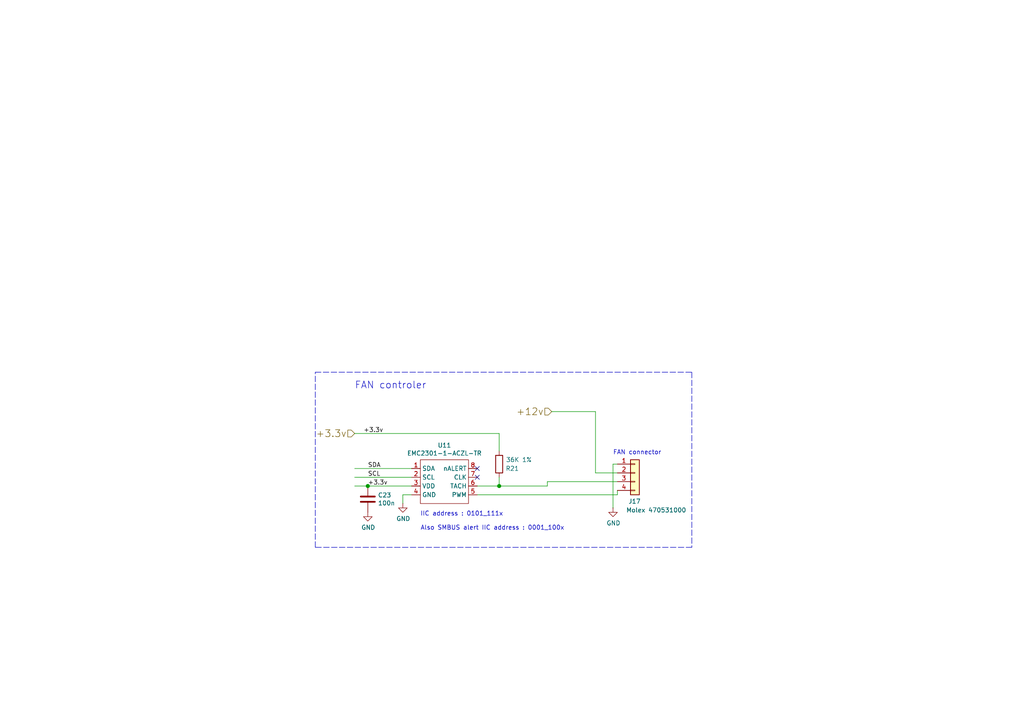
<source format=kicad_sch>
(kicad_sch (version 20231120) (generator "eeschema") (generator_version "8.0")
  (paper "A4")
  (title_block (title "Compute Module 4 IO Board - RTC - FAN") (rev "1") (company "© 2020-2022 Raspberry Pi Ltd (formerly Raspberry Pi (Trading) Ltd.)") (comment 1 "www.raspberrypi.com"))
  (lib_symbols
    (symbol "CM4IO:EMC2301"
      (property "Reference" "U" (at -7.62 13.97 0))
      (property "Value" "EMC2301" (at -1.27 -1.27 0))
      (symbol "EMC2301_0_0"
        (pin open_collector line (at -11.43 10.16 0) (length 2.54) (name "SDA") (number "1"))
        (pin open_collector line (at -11.43 7.62 0) (length 2.54) (name "SCL") (number "2"))
        (pin power_in line (at -11.43 5.08 0) (length 2.54) (name "VDD") (number "3"))
        (pin power_in line (at -11.43 2.54 0) (length 2.54) (name "GND") (number "4"))
        (pin output line (at 7.62 2.54 180) (length 2.54) (name "PWM") (number "5"))
        (pin input line (at 7.62 5.08 180) (length 2.54) (name "TACH") (number "6"))
        (pin input line (at 7.62 7.62 180) (length 2.54) (name "CLK") (number "7"))
        (pin open_collector line (at 7.62 10.16 180) (length 2.54) (name "nALERT") (number "8"))
      )
      (symbol "EMC2301_0_1"
        (rectangle (start -8.89 12.7) (end 5.08 0))
      )
    )
    (symbol "Connector_Generic:Conn_01x04" (pin_names (offset 1.016) hide)
      (property "Reference" "J" (at 0 5.08 0))
      (property "Value" "Conn_01x04" (at 0 -7.62 0))
      (symbol "Conn_01x04_1_1"
        (rectangle (start -1.27 -4.953) (end 0 -5.207) (stroke (width 0.1524)))
        (rectangle (start -1.27 -2.413) (end 0 -2.667) (stroke (width 0.1524)))
        (rectangle (start -1.27 0.127) (end 0 -0.127) (stroke (width 0.1524)))
        (rectangle (start -1.27 2.667) (end 0 2.413) (stroke (width 0.1524)))
        (rectangle (start -1.27 3.81) (end 1.27 -6.35) (stroke (width 0.254)) (fill (type background)))
        (pin passive line (at -5.08 2.54 0) (length 3.81) (name "Pin_1") (number "1"))
        (pin passive line (at -5.08 0 0) (length 3.81) (name "Pin_2") (number "2"))
        (pin passive line (at -5.08 -2.54 0) (length 3.81) (name "Pin_3") (number "3"))
        (pin passive line (at -5.08 -5.08 0) (length 3.81) (name "Pin_4") (number "4"))
      )
    )
    (symbol "Device:C" (pin_numbers hide) (pin_names (offset 0.254))
      (property "Reference" "C" (at 0.635 2.54 0))
      (property "Value" "C" (at 0.635 -2.54 0))
      (symbol "C_0_1"
        (polyline (pts (xy -2.032 -0.762) (xy 2.032 -0.762)) (stroke (width 0.508)))
        (polyline (pts (xy -2.032 0.762) (xy 2.032 0.762)) (stroke (width 0.508)))
      )
      (symbol "C_1_1"
        (pin passive line (at 0 3.81 270) (length 2.794) (name "~") (number "1"))
        (pin passive line (at 0 -3.81 90) (length 2.794) (name "~") (number "2"))
      )
    )
    (symbol "Device:R" (pin_numbers hide) (pin_names (offset 0))
      (property "Reference" "R" (at 2.032 0 90))
      (property "Value" "R" (at 0 0 90))
      (symbol "R_0_1"
        (rectangle (start -1.016 -2.54) (end 1.016 2.54) (stroke (width 0.254)))
      )
      (symbol "R_1_1"
        (pin passive line (at 0 3.81 270) (length 1.27) (name "~") (number "1"))
        (pin passive line (at 0 -3.81 90) (length 1.27) (name "~") (number "2"))
      )
    )
    (symbol "power:GND" (power) (pin_numbers hide) (pin_names (offset 0) hide)
      (property "Value" "GND" (at 0 -3.81 0))
      (symbol "GND_0_1"
        (polyline (pts (xy 0 0) (xy 0 -1.27) (xy 1.27 -1.27) (xy 0 -2.54) (xy -1.27 -1.27) (xy 0 -1.27)))
      )
      (symbol "GND_1_1"
        (pin power_in line (at 0 0 270) (length 0) (name "~") (number "1"))
      )
    )
  )
  (junction (at 144.78 140.97) (diameter 1.016))
  (junction (at 106.68 140.97) (diameter 1.016))
  (no_connect (at 138.43 138.43))
  (no_connect (at 138.43 135.89))
  (wire (pts (xy 116.84 143.51) (xy 116.84 146.05)))
  (wire (pts (xy 102.87 125.73) (xy 144.78 125.73)))
  (wire (pts (xy 106.68 140.97) (xy 102.87 140.97)))
  (polyline (pts (xy 200.66 158.75) (xy 91.44 158.75)) (stroke (width 0) (type dash)))
  (wire (pts (xy 172.72 119.38) (xy 172.72 137.16)))
  (wire (pts (xy 144.78 125.73) (xy 144.78 130.81)))
  (wire (pts (xy 144.78 140.97) (xy 158.75 140.97)))
  (polyline (pts (xy 91.44 107.95) (xy 200.66 107.95)) (stroke (width 0) (type dash)))
  (wire (pts (xy 179.07 143.51) (xy 179.07 142.24)))
  (wire (pts (xy 179.07 137.16) (xy 172.72 137.16)))
  (polyline (pts (xy 200.66 107.95) (xy 200.66 158.75)) (stroke (width 0) (type dash)))
  (wire (pts (xy 119.38 143.51) (xy 116.84 143.51)))
  (wire (pts (xy 144.78 140.97) (xy 144.78 138.43)))
  (wire (pts (xy 179.07 139.7) (xy 158.75 139.7)))
  (wire (pts (xy 138.43 143.51) (xy 179.07 143.51)))
  (wire (pts (xy 138.43 140.97) (xy 144.78 140.97)))
  (wire (pts (xy 158.75 139.7) (xy 158.75 140.97)))
  (wire (pts (xy 179.07 134.62) (xy 177.8 134.62)))
  (polyline (pts (xy 91.44 158.75) (xy 91.44 107.95)) (stroke (width 0) (type dash)))
  (wire (pts (xy 119.38 135.89) (xy 102.87 135.89)))
  (wire (pts (xy 119.38 140.97) (xy 106.68 140.97)))
  (wire (pts (xy 119.38 138.43) (xy 102.87 138.43)))
  (wire (pts (xy 177.8 134.62) (xy 177.8 147.32)))
  (wire (pts (xy 172.72 119.38) (xy 160.02 119.38)))
  (text "Also SMBUS alert IIC address : 0001_100x" (at 121.9454 153.9494 0) (effects (font (size 1.27 1.27)) (justify left bottom)))
  (text "IIC address : 0101_111x" (at 121.92 149.86 0) (effects (font (size 1.27 1.27)) (justify left bottom)))
  (text "FAN controler" (at 102.87 113.03 0) (effects (font (size 2.0066 2.0066)) (justify left bottom)))
  (text "FAN connector\n" (at 177.8 132.08 0) (effects (font (size 1.27 1.27)) (justify left bottom)))
  (label "SCL" (at 106.68 138.43 0))
  (label "SDA" (at 106.68 135.89 0))
  (label "+3.3v" (at 105.41 125.73 0))
  (label "+3.3v" (at 106.68 140.97 0))
  (hierarchical_label "+3.3v" (shape input) (at 102.87 125.73 180) (effects (font (size 2.0066 2.0066))))
  (hierarchical_label "+12v" (shape input) (at 160.02 119.38 180) (effects (font (size 2.0066 2.0066))))
  (symbol (lib_id "CM4IO:EMC2301") (at 130.81 146.05 0) (unit 1)
    (property "Reference" "U11" (at 128.905 129.159 0))
    (property "Value" "EMC2301-1-ACZL-TR" (at 128.905 131.4704 0))
    (property "Footprint" "Package_SO:MSOP-8_3x3mm_P0.65mm" (effects (hide yes)))
    (property "Datasheet" "https://ww1.microchip.com/downloads/en/DeviceDoc/2301.pdf" (effects (hide yes)))
    (property "Field4" "Digikey" (effects (hide yes)))
    (property "Field5" "EMC2301-1-ACZL-CT-ND" (effects (hide yes)))
    (property "Field6" "EMC2301-1-ACZL-TR" (effects (hide yes)))
    (property "Field7" "Microchip" (effects (hide yes)))
    (property "Part Description" "Motor Driver PWM 8-MSOP" (effects (hide yes)))
  )
  (symbol (lib_id "Device:C") (at 106.68 144.78 0) (unit 1)
    (property "Reference" "C23" (at 109.601 143.6116 0) (effects (justify left)))
    (property "Value" "100n" (at 109.601 145.923 0) (effects (justify left)))
    (property "Footprint" "Capacitor_SMD:C_0805_2012Metric" (effects (hide yes)))
    (property "Description" "Unpolarized capacitor" (effects (hide yes)))
    (property "Field4" "Farnell" (effects (hide yes)))
    (property "Field5" "2611911" (effects (hide yes)))
    (property "Field6" "RM EMK105 B7104KV-F" (effects (hide yes)))
    (property "Field7" "TAIYO YUDEN EUROPE GMBH" (effects (hide yes)))
    (property "Part Description" "	0.1uF 10% 16V Ceramic Capacitor X7R 0402 (1005 Metric)" (effects (hide yes)))
    (property "Field8" "110091611" (effects (hide yes)))
  )
  (symbol (lib_id "power:GND") (at 106.68 148.59 0) (unit 1)
    (property "Reference" "#PWR032" (effects (hide yes)))
    (property "Value" "GND" (at 106.807 152.9842 0))
    (property "Description" "Power symbol creates a global label with name \"GND\" , ground" (effects (hide yes)))
  )
  (symbol (lib_id "Connector_Generic:Conn_01x04") (at 184.15 137.16 0) (unit 1)
    (property "Reference" "J17" (at 182.245 145.415 0) (effects (justify left)))
    (property "Value" "Molex 470531000" (at 181.61 147.955 0) (effects (justify left)))
    (property "Footprint" "Connector:FanPinHeader_1x04_P2.54mm_Vertical" (effects (hide yes)))
    (property "Description" "Generic connector, single row, 01x04, script generated (kicad-library-utils/schlib/autogen/connector/)" (effects (hide yes)))
    (property "Field4" "Farnell" (effects (hide yes)))
    (property "Field5" "	2313705" (effects (hide yes)))
    (property "Field6" "470531000" (effects (hide yes)))
    (property "Field7" "Molex" (effects (hide yes)))
    (property "Part Description" "	Connector Header Through Hole 4 position 0.100\" (2.54mm)" (effects (hide yes)))
  )
  (symbol (lib_id "Device:R") (at 144.78 134.62 180) (unit 1)
    (property "Reference" "R21" (at 148.59 135.89 0))
    (property "Value" "36K 1%" (at 150.495 133.35 0))
    (property "Footprint" "Resistor_SMD:R_0805_2012Metric_Pad1.20x1.40mm_HandSolder" (effects (hide yes)))
    (property "Description" "Resistor" (effects (hide yes)))
    (property "Field4" "Farnell" (effects (hide yes)))
    (property "Field5" "1458788" (effects (hide yes)))
    (property "Field7" "Rohm" (effects (hide yes)))
    (property "Field6" "MCR01MZPF3602" (effects (hide yes)))
    (property "Part Description" "Resistor 36K M1005 1% 63mW" (effects (hide yes)))
  )
  (symbol (lib_id "power:GND") (at 177.8 147.32 0) (unit 1)
    (property "Reference" "#PWR035" (effects (hide yes)))
    (property "Value" "GND" (at 177.927 151.7142 0))
    (property "Description" "Power symbol creates a global label with name \"GND\" , ground" (effects (hide yes)))
  )
  (symbol (lib_id "power:GND") (at 116.84 146.05 0) (unit 1)
    (property "Reference" "#PWR033" (effects (hide yes)))
    (property "Value" "GND" (at 116.967 150.4442 0))
    (property "Description" "Power symbol creates a global label with name \"GND\" , ground" (effects (hide yes)))
  )
)
</source>
